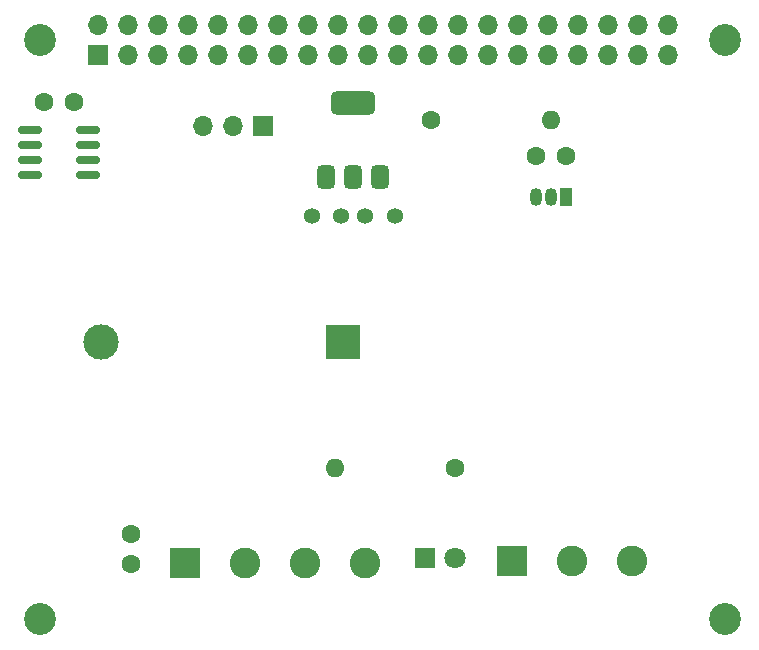
<source format=gts>
G04 #@! TF.GenerationSoftware,KiCad,Pcbnew,8.0.4*
G04 #@! TF.CreationDate,2024-07-21T17:31:12-07:00*
G04 #@! TF.ProjectId,RPi_RTC_Interface,5250695f-5254-4435-9f49-6e7465726661,V1.0*
G04 #@! TF.SameCoordinates,Original*
G04 #@! TF.FileFunction,Soldermask,Top*
G04 #@! TF.FilePolarity,Negative*
%FSLAX46Y46*%
G04 Gerber Fmt 4.6, Leading zero omitted, Abs format (unit mm)*
G04 Created by KiCad (PCBNEW 8.0.4) date 2024-07-21 17:31:12*
%MOMM*%
%LPD*%
G01*
G04 APERTURE LIST*
G04 Aperture macros list*
%AMRoundRect*
0 Rectangle with rounded corners*
0 $1 Rounding radius*
0 $2 $3 $4 $5 $6 $7 $8 $9 X,Y pos of 4 corners*
0 Add a 4 corners polygon primitive as box body*
4,1,4,$2,$3,$4,$5,$6,$7,$8,$9,$2,$3,0*
0 Add four circle primitives for the rounded corners*
1,1,$1+$1,$2,$3*
1,1,$1+$1,$4,$5*
1,1,$1+$1,$6,$7*
1,1,$1+$1,$8,$9*
0 Add four rect primitives between the rounded corners*
20,1,$1+$1,$2,$3,$4,$5,0*
20,1,$1+$1,$4,$5,$6,$7,0*
20,1,$1+$1,$6,$7,$8,$9,0*
20,1,$1+$1,$8,$9,$2,$3,0*%
G04 Aperture macros list end*
%ADD10R,2.600000X2.600000*%
%ADD11C,2.600000*%
%ADD12C,1.600000*%
%ADD13O,1.600000X1.600000*%
%ADD14C,2.700000*%
%ADD15R,1.700000X1.700000*%
%ADD16O,1.700000X1.700000*%
%ADD17C,1.354000*%
%ADD18RoundRect,0.375000X0.375000X-0.625000X0.375000X0.625000X-0.375000X0.625000X-0.375000X-0.625000X0*%
%ADD19RoundRect,0.500000X1.400000X-0.500000X1.400000X0.500000X-1.400000X0.500000X-1.400000X-0.500000X0*%
%ADD20R,3.000000X3.000000*%
%ADD21C,3.000000*%
%ADD22R,1.800000X1.800000*%
%ADD23C,1.800000*%
%ADD24RoundRect,0.150000X-0.825000X-0.150000X0.825000X-0.150000X0.825000X0.150000X-0.825000X0.150000X0*%
%ADD25R,1.050000X1.500000*%
%ADD26O,1.050000X1.500000*%
G04 APERTURE END LIST*
D10*
X160523000Y-130718000D03*
D11*
X165603000Y-130718000D03*
X170683000Y-130718000D03*
D12*
X153686000Y-93380000D03*
D13*
X163846000Y-93380000D03*
D14*
X178610000Y-86600000D03*
D15*
X139447000Y-93888000D03*
D16*
X136907000Y-93888000D03*
X134367000Y-93888000D03*
D12*
X162616000Y-96428000D03*
X165116000Y-96428000D03*
D17*
X148110000Y-101508000D03*
X150610000Y-101508000D03*
D12*
X123440000Y-91856000D03*
X120940000Y-91856000D03*
D15*
X125476000Y-87884000D03*
D16*
X125476000Y-85344000D03*
X128016000Y-87884000D03*
X128016000Y-85344000D03*
X130556000Y-87884000D03*
X130556000Y-85344000D03*
X133096000Y-87884000D03*
X133096000Y-85344000D03*
X135636000Y-87884000D03*
X135636000Y-85344000D03*
X138176000Y-87884000D03*
X138176000Y-85344000D03*
X140716000Y-87884000D03*
X140716000Y-85344000D03*
X143256000Y-87884000D03*
X143256000Y-85344000D03*
X145796000Y-87884000D03*
X145796000Y-85344000D03*
X148336000Y-87884000D03*
X148336000Y-85344000D03*
X150876000Y-87884000D03*
X150876000Y-85344000D03*
X153416000Y-87884000D03*
X153416000Y-85344000D03*
X155956000Y-87884000D03*
X155956000Y-85344000D03*
X158496000Y-87884000D03*
X158496000Y-85344000D03*
X161036000Y-87884000D03*
X161036000Y-85344000D03*
X163576000Y-87884000D03*
X163576000Y-85344000D03*
X166116000Y-87884000D03*
X166116000Y-85344000D03*
X168656000Y-87884000D03*
X168656000Y-85344000D03*
X171196000Y-87884000D03*
X171196000Y-85344000D03*
X173736000Y-87884000D03*
X173736000Y-85344000D03*
D10*
X132858000Y-130861000D03*
D11*
X137938000Y-130861000D03*
X143018000Y-130861000D03*
X148098000Y-130861000D03*
D14*
X120610000Y-135600000D03*
D18*
X144810000Y-98250000D03*
X147110000Y-98250000D03*
D19*
X147110000Y-91950000D03*
D18*
X149410000Y-98250000D03*
D14*
X178610000Y-135600000D03*
X120610000Y-86600000D03*
D20*
X146236000Y-112176000D03*
D21*
X125746000Y-112176000D03*
D17*
X146110000Y-101508000D03*
X143610000Y-101508000D03*
D12*
X128286000Y-130972000D03*
X128286000Y-128472000D03*
D22*
X153162000Y-130464000D03*
D23*
X155702000Y-130464000D03*
D24*
X119715000Y-94267000D03*
X119715000Y-95537000D03*
X119715000Y-96807000D03*
X119715000Y-98077000D03*
X124665000Y-98077000D03*
X124665000Y-96807000D03*
X124665000Y-95537000D03*
X124665000Y-94267000D03*
D12*
X155718000Y-122844000D03*
D13*
X145558000Y-122844000D03*
D25*
X165116000Y-99878000D03*
D26*
X163846000Y-99878000D03*
X162576000Y-99878000D03*
M02*

</source>
